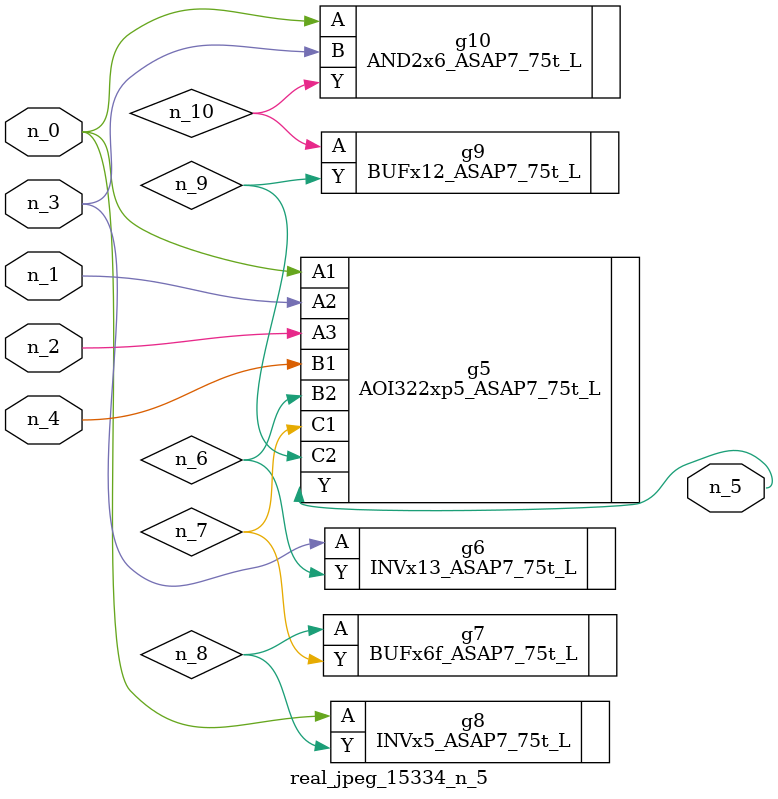
<source format=v>
module real_jpeg_15334_n_5 (n_4, n_0, n_1, n_2, n_3, n_5);

input n_4;
input n_0;
input n_1;
input n_2;
input n_3;

output n_5;

wire n_8;
wire n_6;
wire n_7;
wire n_10;
wire n_9;

AOI322xp5_ASAP7_75t_L g5 ( 
.A1(n_0),
.A2(n_1),
.A3(n_2),
.B1(n_4),
.B2(n_6),
.C1(n_7),
.C2(n_9),
.Y(n_5)
);

INVx5_ASAP7_75t_L g8 ( 
.A(n_0),
.Y(n_8)
);

AND2x6_ASAP7_75t_L g10 ( 
.A(n_0),
.B(n_3),
.Y(n_10)
);

INVx13_ASAP7_75t_L g6 ( 
.A(n_3),
.Y(n_6)
);

BUFx6f_ASAP7_75t_L g7 ( 
.A(n_8),
.Y(n_7)
);

BUFx12_ASAP7_75t_L g9 ( 
.A(n_10),
.Y(n_9)
);


endmodule
</source>
